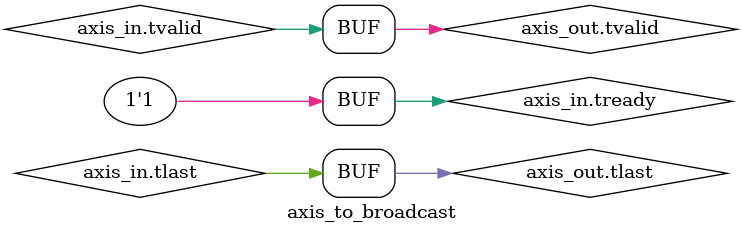
<source format=sv>

module axis_to_broadcast
  (
   axis_t.slave axis_in,
   axis_broadcast_t.master axis_out
   );
   

   always_comb
     begin
        axis_in.tready = 1'b1;
        axis_out.tdata = axis_in.tdata;
        axis_out.tvalid = axis_in.tvalid;
        axis_out.tlast = axis_in.tlast;
     end

endmodule // axis_to_broadcast

</source>
